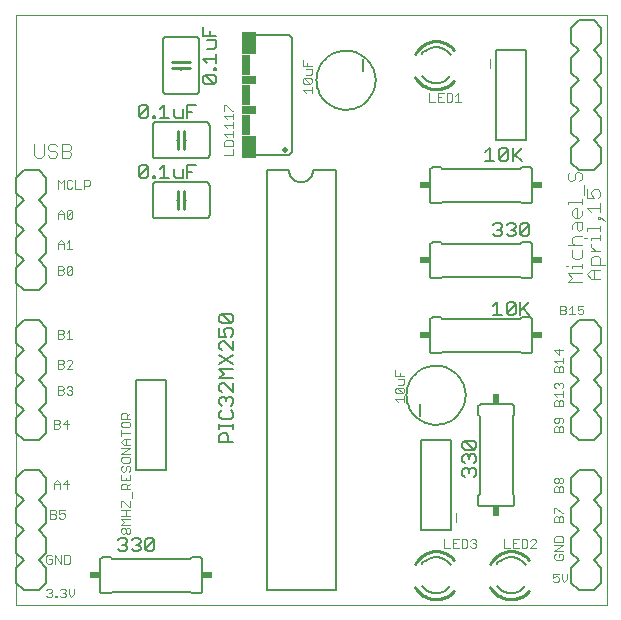
<source format=gto>
G75*
G70*
%OFA0B0*%
%FSLAX24Y24*%
%IPPOS*%
%LPD*%
%AMOC8*
5,1,8,0,0,1.08239X$1,22.5*
%
%ADD10C,0.0000*%
%ADD11C,0.0030*%
%ADD12C,0.0040*%
%ADD13C,0.0060*%
%ADD14C,0.0050*%
%ADD15C,0.0100*%
%ADD16R,0.0340X0.0240*%
%ADD17R,0.0240X0.0340*%
%ADD18C,0.0080*%
%ADD19C,0.0200*%
%ADD20R,0.0500X0.0750*%
%ADD21R,0.0300X0.0700*%
%ADD22R,0.0500X0.0300*%
D10*
X000181Y000181D02*
X000181Y019866D01*
X019866Y019866D01*
X019866Y000181D01*
X000181Y000181D01*
D11*
X001196Y000495D02*
X001245Y000446D01*
X001342Y000446D01*
X001390Y000495D01*
X001390Y000543D01*
X001342Y000592D01*
X001293Y000592D01*
X001342Y000592D02*
X001390Y000640D01*
X001390Y000688D01*
X001342Y000737D01*
X001245Y000737D01*
X001196Y000688D01*
X001491Y000495D02*
X001539Y000495D01*
X001539Y000446D01*
X001491Y000446D01*
X001491Y000495D01*
X001638Y000495D02*
X001687Y000446D01*
X001784Y000446D01*
X001832Y000495D01*
X001832Y000543D01*
X001784Y000592D01*
X001735Y000592D01*
X001784Y000592D02*
X001832Y000640D01*
X001832Y000688D01*
X001784Y000737D01*
X001687Y000737D01*
X001638Y000688D01*
X001933Y000737D02*
X001933Y000543D01*
X002030Y000446D01*
X002126Y000543D01*
X002126Y000737D01*
X001931Y001571D02*
X001786Y001571D01*
X001786Y001862D01*
X001931Y001862D01*
X001979Y001813D01*
X001979Y001620D01*
X001931Y001571D01*
X001685Y001571D02*
X001685Y001862D01*
X001491Y001862D02*
X001685Y001571D01*
X001491Y001571D02*
X001491Y001862D01*
X001390Y001813D02*
X001342Y001862D01*
X001245Y001862D01*
X001196Y001813D01*
X001196Y001620D01*
X001245Y001571D01*
X001342Y001571D01*
X001390Y001620D01*
X001390Y001717D01*
X001293Y001717D01*
X001321Y003071D02*
X001467Y003071D01*
X001515Y003120D01*
X001515Y003168D01*
X001467Y003217D01*
X001321Y003217D01*
X001321Y003362D02*
X001467Y003362D01*
X001515Y003313D01*
X001515Y003265D01*
X001467Y003217D01*
X001616Y003217D02*
X001713Y003265D01*
X001761Y003265D01*
X001810Y003217D01*
X001810Y003120D01*
X001761Y003071D01*
X001664Y003071D01*
X001616Y003120D01*
X001616Y003217D02*
X001616Y003362D01*
X001810Y003362D01*
X001321Y003362D02*
X001321Y003071D01*
X001446Y004071D02*
X001446Y004265D01*
X001543Y004362D01*
X001640Y004265D01*
X001640Y004071D01*
X001640Y004217D02*
X001446Y004217D01*
X001741Y004217D02*
X001935Y004217D01*
X001886Y004362D02*
X001741Y004217D01*
X001886Y004071D02*
X001886Y004362D01*
X001886Y006071D02*
X001886Y006362D01*
X001741Y006217D01*
X001935Y006217D01*
X001640Y006265D02*
X001592Y006217D01*
X001446Y006217D01*
X001446Y006362D02*
X001592Y006362D01*
X001640Y006313D01*
X001640Y006265D01*
X001592Y006217D02*
X001640Y006168D01*
X001640Y006120D01*
X001592Y006071D01*
X001446Y006071D01*
X001446Y006362D01*
X001571Y007196D02*
X001717Y007196D01*
X001765Y007245D01*
X001765Y007293D01*
X001717Y007342D01*
X001571Y007342D01*
X001571Y007487D02*
X001571Y007196D01*
X001717Y007342D02*
X001765Y007390D01*
X001765Y007438D01*
X001717Y007487D01*
X001571Y007487D01*
X001866Y007438D02*
X001914Y007487D01*
X002011Y007487D01*
X002060Y007438D01*
X002060Y007390D01*
X002011Y007342D01*
X002060Y007293D01*
X002060Y007245D01*
X002011Y007196D01*
X001914Y007196D01*
X001866Y007245D01*
X001963Y007342D02*
X002011Y007342D01*
X002060Y008071D02*
X001866Y008071D01*
X002060Y008265D01*
X002060Y008313D01*
X002011Y008362D01*
X001914Y008362D01*
X001866Y008313D01*
X001765Y008313D02*
X001765Y008265D01*
X001717Y008217D01*
X001571Y008217D01*
X001571Y008362D02*
X001717Y008362D01*
X001765Y008313D01*
X001717Y008217D02*
X001765Y008168D01*
X001765Y008120D01*
X001717Y008071D01*
X001571Y008071D01*
X001571Y008362D01*
X001571Y009071D02*
X001717Y009071D01*
X001765Y009120D01*
X001765Y009168D01*
X001717Y009217D01*
X001571Y009217D01*
X001571Y009362D02*
X001717Y009362D01*
X001765Y009313D01*
X001765Y009265D01*
X001717Y009217D01*
X001866Y009265D02*
X001963Y009362D01*
X001963Y009071D01*
X001866Y009071D02*
X002060Y009071D01*
X001571Y009071D02*
X001571Y009362D01*
X001571Y011196D02*
X001717Y011196D01*
X001765Y011245D01*
X001765Y011293D01*
X001717Y011342D01*
X001571Y011342D01*
X001571Y011487D02*
X001571Y011196D01*
X001717Y011342D02*
X001765Y011390D01*
X001765Y011438D01*
X001717Y011487D01*
X001571Y011487D01*
X001866Y011438D02*
X001866Y011245D01*
X002060Y011438D01*
X002060Y011245D01*
X002011Y011196D01*
X001914Y011196D01*
X001866Y011245D01*
X001866Y011438D02*
X001914Y011487D01*
X002011Y011487D01*
X002060Y011438D01*
X002060Y012071D02*
X001866Y012071D01*
X001963Y012071D02*
X001963Y012362D01*
X001866Y012265D01*
X001765Y012265D02*
X001765Y012071D01*
X001765Y012217D02*
X001571Y012217D01*
X001571Y012265D02*
X001668Y012362D01*
X001765Y012265D01*
X001571Y012265D02*
X001571Y012071D01*
X001571Y013071D02*
X001571Y013265D01*
X001668Y013362D01*
X001765Y013265D01*
X001765Y013071D01*
X001866Y013120D02*
X001866Y013313D01*
X001914Y013362D01*
X002011Y013362D01*
X002060Y013313D01*
X001866Y013120D01*
X001914Y013071D01*
X002011Y013071D01*
X002060Y013120D01*
X002060Y013313D01*
X001765Y013217D02*
X001571Y013217D01*
X001571Y014071D02*
X001571Y014362D01*
X001668Y014265D01*
X001765Y014362D01*
X001765Y014071D01*
X001866Y014120D02*
X001866Y014313D01*
X001914Y014362D01*
X002011Y014362D01*
X002060Y014313D01*
X002161Y014362D02*
X002161Y014071D01*
X002354Y014071D01*
X002455Y014071D02*
X002455Y014362D01*
X002600Y014362D01*
X002649Y014313D01*
X002649Y014217D01*
X002600Y014168D01*
X002455Y014168D01*
X002060Y014120D02*
X002011Y014071D01*
X001914Y014071D01*
X001866Y014120D01*
X007126Y015196D02*
X007416Y015196D01*
X007416Y015390D01*
X007416Y015491D02*
X007416Y015636D01*
X007368Y015685D01*
X007175Y015685D01*
X007126Y015636D01*
X007126Y015491D01*
X007416Y015491D01*
X007416Y015786D02*
X007416Y015979D01*
X007416Y015882D02*
X007126Y015882D01*
X007223Y015786D01*
X007223Y016080D02*
X007126Y016177D01*
X007416Y016177D01*
X007416Y016080D02*
X007416Y016274D01*
X007416Y016375D02*
X007416Y016568D01*
X007416Y016472D02*
X007126Y016472D01*
X007223Y016375D01*
X007126Y016670D02*
X007126Y016863D01*
X007175Y016863D01*
X007368Y016670D01*
X007416Y016670D01*
X009746Y017365D02*
X010036Y017365D01*
X010036Y017461D02*
X010036Y017268D01*
X009843Y017268D02*
X009746Y017365D01*
X009795Y017562D02*
X009746Y017611D01*
X009746Y017708D01*
X009795Y017756D01*
X009988Y017562D01*
X010036Y017611D01*
X010036Y017708D01*
X009988Y017756D01*
X009795Y017756D01*
X009843Y017857D02*
X009988Y017857D01*
X010036Y017905D01*
X010036Y018051D01*
X009843Y018051D01*
X009891Y018152D02*
X009891Y018249D01*
X009746Y018345D02*
X009746Y018152D01*
X010036Y018152D01*
X009988Y017562D02*
X009795Y017562D01*
X013946Y017262D02*
X013946Y016971D01*
X014140Y016971D01*
X014241Y016971D02*
X014435Y016971D01*
X014536Y016971D02*
X014681Y016971D01*
X014729Y017020D01*
X014729Y017213D01*
X014681Y017262D01*
X014536Y017262D01*
X014536Y016971D01*
X014338Y017117D02*
X014241Y017117D01*
X014241Y017262D02*
X014241Y016971D01*
X014241Y017262D02*
X014435Y017262D01*
X014830Y017165D02*
X014927Y017262D01*
X014927Y016971D01*
X014830Y016971D02*
X015024Y016971D01*
X018312Y010167D02*
X018458Y010167D01*
X018506Y010118D01*
X018506Y010070D01*
X018458Y010022D01*
X018312Y010022D01*
X018312Y010167D02*
X018312Y009876D01*
X018458Y009876D01*
X018506Y009925D01*
X018506Y009973D01*
X018458Y010022D01*
X018607Y010070D02*
X018704Y010167D01*
X018704Y009876D01*
X018607Y009876D02*
X018801Y009876D01*
X018902Y009925D02*
X018950Y009876D01*
X019047Y009876D01*
X019095Y009925D01*
X019095Y010022D01*
X019047Y010070D01*
X018999Y010070D01*
X018902Y010022D01*
X018902Y010167D01*
X019095Y010167D01*
X018416Y008681D02*
X018126Y008681D01*
X018271Y008536D01*
X018271Y008729D01*
X018416Y008435D02*
X018416Y008241D01*
X018416Y008338D02*
X018126Y008338D01*
X018223Y008241D01*
X018223Y008140D02*
X018175Y008140D01*
X018126Y008092D01*
X018126Y007946D01*
X018416Y007946D01*
X018416Y008092D01*
X018368Y008140D01*
X018320Y008140D01*
X018271Y008092D01*
X018271Y007946D01*
X018271Y008092D02*
X018223Y008140D01*
X018223Y007604D02*
X018175Y007604D01*
X018126Y007556D01*
X018126Y007459D01*
X018175Y007411D01*
X018271Y007507D02*
X018271Y007556D01*
X018320Y007604D01*
X018368Y007604D01*
X018416Y007556D01*
X018416Y007459D01*
X018368Y007411D01*
X018416Y007310D02*
X018416Y007116D01*
X018416Y007213D02*
X018126Y007213D01*
X018223Y007116D01*
X018223Y007015D02*
X018271Y006967D01*
X018271Y006821D01*
X018126Y006821D02*
X018126Y006967D01*
X018175Y007015D01*
X018223Y007015D01*
X018271Y006967D02*
X018320Y007015D01*
X018368Y007015D01*
X018416Y006967D01*
X018416Y006821D01*
X018126Y006821D01*
X018175Y006435D02*
X018126Y006386D01*
X018126Y006289D01*
X018175Y006241D01*
X018223Y006241D01*
X018271Y006289D01*
X018271Y006435D01*
X018175Y006435D02*
X018368Y006435D01*
X018416Y006386D01*
X018416Y006289D01*
X018368Y006241D01*
X018368Y006140D02*
X018416Y006092D01*
X018416Y005946D01*
X018126Y005946D01*
X018126Y006092D01*
X018175Y006140D01*
X018223Y006140D01*
X018271Y006092D01*
X018271Y005946D01*
X018271Y006092D02*
X018320Y006140D01*
X018368Y006140D01*
X018271Y007556D02*
X018223Y007604D01*
X018175Y004435D02*
X018223Y004435D01*
X018271Y004386D01*
X018271Y004289D01*
X018223Y004241D01*
X018175Y004241D01*
X018126Y004289D01*
X018126Y004386D01*
X018175Y004435D01*
X018271Y004386D02*
X018320Y004435D01*
X018368Y004435D01*
X018416Y004386D01*
X018416Y004289D01*
X018368Y004241D01*
X018320Y004241D01*
X018271Y004289D01*
X018223Y004140D02*
X018175Y004140D01*
X018126Y004092D01*
X018126Y003946D01*
X018416Y003946D01*
X018416Y004092D01*
X018368Y004140D01*
X018320Y004140D01*
X018271Y004092D01*
X018271Y003946D01*
X018271Y004092D02*
X018223Y004140D01*
X018175Y003435D02*
X018368Y003241D01*
X018416Y003241D01*
X018368Y003140D02*
X018416Y003092D01*
X018416Y002946D01*
X018126Y002946D01*
X018126Y003092D01*
X018175Y003140D01*
X018223Y003140D01*
X018271Y003092D01*
X018271Y002946D01*
X018271Y003092D02*
X018320Y003140D01*
X018368Y003140D01*
X018126Y003241D02*
X018126Y003435D01*
X018175Y003435D01*
X018175Y002479D02*
X018126Y002431D01*
X018126Y002286D01*
X018416Y002286D01*
X018416Y002431D01*
X018368Y002479D01*
X018175Y002479D01*
X018126Y002185D02*
X018416Y002185D01*
X018126Y001991D01*
X018416Y001991D01*
X018368Y001890D02*
X018416Y001842D01*
X018416Y001745D01*
X018368Y001696D01*
X018175Y001696D01*
X018126Y001745D01*
X018126Y001842D01*
X018175Y001890D01*
X018271Y001890D02*
X018271Y001793D01*
X018271Y001890D02*
X018368Y001890D01*
X018366Y001237D02*
X018366Y001043D01*
X018463Y000946D01*
X018560Y001043D01*
X018560Y001237D01*
X018265Y001237D02*
X018071Y001237D01*
X018071Y001092D01*
X018168Y001140D01*
X018217Y001140D01*
X018265Y001092D01*
X018265Y000995D01*
X018217Y000946D01*
X018120Y000946D01*
X018071Y000995D01*
X017524Y002096D02*
X017330Y002096D01*
X017524Y002290D01*
X017524Y002338D01*
X017475Y002387D01*
X017379Y002387D01*
X017330Y002338D01*
X017229Y002338D02*
X017181Y002387D01*
X017036Y002387D01*
X017036Y002096D01*
X017181Y002096D01*
X017229Y002145D01*
X017229Y002338D01*
X016935Y002387D02*
X016741Y002387D01*
X016741Y002096D01*
X016935Y002096D01*
X016838Y002242D02*
X016741Y002242D01*
X016640Y002096D02*
X016446Y002096D01*
X016446Y002387D01*
X015524Y002338D02*
X015524Y002290D01*
X015475Y002242D01*
X015524Y002193D01*
X015524Y002145D01*
X015475Y002096D01*
X015379Y002096D01*
X015330Y002145D01*
X015229Y002145D02*
X015229Y002338D01*
X015181Y002387D01*
X015036Y002387D01*
X015036Y002096D01*
X015181Y002096D01*
X015229Y002145D01*
X015330Y002338D02*
X015379Y002387D01*
X015475Y002387D01*
X015524Y002338D01*
X015475Y002242D02*
X015427Y002242D01*
X014935Y002387D02*
X014741Y002387D01*
X014741Y002096D01*
X014935Y002096D01*
X014838Y002242D02*
X014741Y002242D01*
X014640Y002096D02*
X014446Y002096D01*
X014446Y002387D01*
X013116Y006946D02*
X013116Y007140D01*
X013116Y007043D02*
X012826Y007043D01*
X012923Y006946D01*
X012875Y007241D02*
X012826Y007289D01*
X012826Y007386D01*
X012875Y007435D01*
X013068Y007241D01*
X013116Y007289D01*
X013116Y007386D01*
X013068Y007435D01*
X012875Y007435D01*
X012923Y007536D02*
X013068Y007536D01*
X013116Y007584D01*
X013116Y007729D01*
X012923Y007729D01*
X012971Y007830D02*
X012971Y007927D01*
X012826Y007830D02*
X012826Y008024D01*
X012826Y007830D02*
X013116Y007830D01*
X013068Y007241D02*
X012875Y007241D01*
X004035Y003943D02*
X004035Y003750D01*
X003986Y003649D02*
X003986Y003455D01*
X003938Y003455D01*
X003745Y003649D01*
X003696Y003649D01*
X003696Y003455D01*
X003696Y003354D02*
X003986Y003354D01*
X003841Y003354D02*
X003841Y003161D01*
X003986Y003161D02*
X003696Y003161D01*
X003696Y003059D02*
X003986Y003059D01*
X003986Y002866D02*
X003696Y002866D01*
X003793Y002963D01*
X003696Y003059D01*
X003745Y002765D02*
X003793Y002765D01*
X003841Y002716D01*
X003841Y002620D01*
X003793Y002571D01*
X003745Y002571D01*
X003696Y002620D01*
X003696Y002716D01*
X003745Y002765D01*
X003841Y002716D02*
X003890Y002765D01*
X003938Y002765D01*
X003986Y002716D01*
X003986Y002620D01*
X003938Y002571D01*
X003890Y002571D01*
X003841Y002620D01*
X003890Y004045D02*
X003890Y004190D01*
X003841Y004238D01*
X003745Y004238D01*
X003696Y004190D01*
X003696Y004045D01*
X003986Y004045D01*
X003890Y004141D02*
X003986Y004238D01*
X003986Y004339D02*
X003986Y004533D01*
X003938Y004634D02*
X003986Y004682D01*
X003986Y004779D01*
X003938Y004827D01*
X003890Y004827D01*
X003841Y004779D01*
X003841Y004682D01*
X003793Y004634D01*
X003745Y004634D01*
X003696Y004682D01*
X003696Y004779D01*
X003745Y004827D01*
X003745Y004928D02*
X003938Y004928D01*
X003986Y004977D01*
X003986Y005074D01*
X003938Y005122D01*
X003745Y005122D01*
X003696Y005074D01*
X003696Y004977D01*
X003745Y004928D01*
X003696Y005223D02*
X003986Y005417D01*
X003696Y005417D01*
X003793Y005518D02*
X003696Y005614D01*
X003793Y005711D01*
X003986Y005711D01*
X003841Y005711D02*
X003841Y005518D01*
X003793Y005518D02*
X003986Y005518D01*
X003986Y005223D02*
X003696Y005223D01*
X003696Y005812D02*
X003696Y006006D01*
X003696Y005909D02*
X003986Y005909D01*
X003938Y006107D02*
X003745Y006107D01*
X003696Y006155D01*
X003696Y006252D01*
X003745Y006301D01*
X003938Y006301D01*
X003986Y006252D01*
X003986Y006155D01*
X003938Y006107D01*
X003890Y006402D02*
X003890Y006547D01*
X003841Y006595D01*
X003745Y006595D01*
X003696Y006547D01*
X003696Y006402D01*
X003986Y006402D01*
X003890Y006498D02*
X003986Y006595D01*
X003696Y004533D02*
X003696Y004339D01*
X003986Y004339D01*
X003841Y004339D02*
X003841Y004436D01*
D12*
X001943Y015097D02*
X001713Y015097D01*
X001713Y015557D01*
X001943Y015557D01*
X002020Y015481D01*
X002020Y015404D01*
X001943Y015327D01*
X001713Y015327D01*
X001559Y015251D02*
X001559Y015174D01*
X001482Y015097D01*
X001329Y015097D01*
X001252Y015174D01*
X001099Y015174D02*
X001099Y015557D01*
X001252Y015481D02*
X001252Y015404D01*
X001329Y015327D01*
X001482Y015327D01*
X001559Y015251D01*
X001559Y015481D02*
X001482Y015557D01*
X001329Y015557D01*
X001252Y015481D01*
X001099Y015174D02*
X001022Y015097D01*
X000869Y015097D01*
X000792Y015174D01*
X000792Y015557D01*
X001943Y015327D02*
X002020Y015251D01*
X002020Y015174D01*
X001943Y015097D01*
X014863Y003258D02*
X014863Y002951D01*
X018576Y010951D02*
X018730Y011105D01*
X018576Y011258D01*
X019036Y011258D01*
X019036Y011412D02*
X019036Y011565D01*
X019036Y011488D02*
X018730Y011488D01*
X018730Y011412D01*
X018576Y011488D02*
X018499Y011488D01*
X018730Y011795D02*
X018806Y011719D01*
X018960Y011719D01*
X019036Y011795D01*
X019036Y012026D01*
X019036Y012179D02*
X018576Y012179D01*
X018730Y012256D02*
X018730Y012409D01*
X018806Y012486D01*
X019036Y012486D01*
X019124Y012436D02*
X019201Y012436D01*
X019355Y012436D02*
X019661Y012436D01*
X019661Y012360D02*
X019661Y012513D01*
X019661Y012667D02*
X019661Y012820D01*
X019661Y012743D02*
X019201Y012743D01*
X019201Y012667D01*
X019036Y012716D02*
X019036Y012946D01*
X018806Y012946D01*
X018730Y012870D01*
X018730Y012716D01*
X018883Y012716D02*
X018883Y012946D01*
X018883Y013100D02*
X018883Y013407D01*
X018806Y013407D01*
X018730Y013330D01*
X018730Y013176D01*
X018806Y013100D01*
X018960Y013100D01*
X019036Y013176D01*
X019036Y013330D01*
X019201Y013434D02*
X019661Y013434D01*
X019661Y013587D02*
X019661Y013280D01*
X019661Y013127D02*
X019661Y013050D01*
X019585Y013050D01*
X019585Y013127D01*
X019661Y013127D01*
X019815Y012974D01*
X019355Y013280D02*
X019201Y013434D01*
X019036Y013560D02*
X019036Y013714D01*
X019036Y013637D02*
X018576Y013637D01*
X018576Y013560D01*
X019113Y013867D02*
X019113Y014174D01*
X019201Y014048D02*
X019201Y013741D01*
X019431Y013741D01*
X019355Y013894D01*
X019355Y013971D01*
X019431Y014048D01*
X019585Y014048D01*
X019661Y013971D01*
X019661Y013817D01*
X019585Y013741D01*
X018960Y014327D02*
X019036Y014404D01*
X019036Y014557D01*
X018960Y014634D01*
X018883Y014634D01*
X018806Y014557D01*
X018806Y014404D01*
X018730Y014327D01*
X018653Y014327D01*
X018576Y014404D01*
X018576Y014557D01*
X018653Y014634D01*
X018883Y012716D02*
X018960Y012639D01*
X019036Y012716D01*
X019355Y012436D02*
X019355Y012360D01*
X019355Y012206D02*
X019355Y012130D01*
X019508Y011976D01*
X019661Y011976D02*
X019355Y011976D01*
X019431Y011823D02*
X019355Y011746D01*
X019355Y011516D01*
X019815Y011516D01*
X019661Y011516D02*
X019661Y011746D01*
X019585Y011823D01*
X019431Y011823D01*
X019431Y011362D02*
X019431Y011055D01*
X019355Y011055D02*
X019201Y011209D01*
X019355Y011362D01*
X019661Y011362D01*
X019661Y011055D02*
X019355Y011055D01*
X019036Y010951D02*
X018576Y010951D01*
X018730Y011795D02*
X018730Y012026D01*
X018806Y012179D02*
X018730Y012256D01*
X015988Y018076D02*
X015988Y018383D01*
D13*
X014181Y017581D02*
X014136Y017583D01*
X014090Y017588D01*
X014046Y017596D01*
X014002Y017608D01*
X013959Y017624D01*
X013917Y017642D01*
X013877Y017664D01*
X013839Y017688D01*
X013803Y017715D01*
X013768Y017745D01*
X013737Y017778D01*
X013707Y017813D01*
X014181Y017581D02*
X014226Y017583D01*
X014272Y017588D01*
X014316Y017596D01*
X014360Y017608D01*
X014403Y017624D01*
X014445Y017642D01*
X014485Y017664D01*
X014523Y017688D01*
X014559Y017715D01*
X014594Y017745D01*
X014625Y017778D01*
X014655Y017813D01*
X014181Y018781D02*
X014135Y018779D01*
X014089Y018774D01*
X014043Y018765D01*
X013998Y018753D01*
X013955Y018737D01*
X013913Y018718D01*
X013872Y018695D01*
X013833Y018670D01*
X013797Y018642D01*
X013762Y018611D01*
X013730Y018577D01*
X013701Y018541D01*
X014181Y018781D02*
X014228Y018779D01*
X014276Y018773D01*
X014322Y018764D01*
X014368Y018751D01*
X014412Y018735D01*
X014456Y018715D01*
X014497Y018691D01*
X014536Y018665D01*
X014573Y018635D01*
X014608Y018602D01*
X014640Y018567D01*
X014669Y018530D01*
X014331Y014781D02*
X014081Y014781D01*
X014064Y014779D01*
X014047Y014775D01*
X014031Y014768D01*
X014017Y014758D01*
X014004Y014745D01*
X013994Y014731D01*
X013987Y014715D01*
X013983Y014698D01*
X013981Y014681D01*
X013981Y013681D01*
X013983Y013664D01*
X013987Y013647D01*
X013994Y013631D01*
X014004Y013617D01*
X014017Y013604D01*
X014031Y013594D01*
X014047Y013587D01*
X014064Y013583D01*
X014081Y013581D01*
X014331Y013581D01*
X014381Y013631D01*
X016981Y013631D01*
X017031Y013581D01*
X017281Y013581D01*
X017298Y013583D01*
X017315Y013587D01*
X017331Y013594D01*
X017345Y013604D01*
X017358Y013617D01*
X017368Y013631D01*
X017375Y013647D01*
X017379Y013664D01*
X017381Y013681D01*
X017381Y014681D01*
X017379Y014698D01*
X017375Y014715D01*
X017368Y014731D01*
X017358Y014745D01*
X017345Y014758D01*
X017331Y014768D01*
X017315Y014775D01*
X017298Y014779D01*
X017281Y014781D01*
X017031Y014781D01*
X016981Y014731D01*
X014381Y014731D01*
X014331Y014781D01*
X014331Y012281D02*
X014081Y012281D01*
X014064Y012279D01*
X014047Y012275D01*
X014031Y012268D01*
X014017Y012258D01*
X014004Y012245D01*
X013994Y012231D01*
X013987Y012215D01*
X013983Y012198D01*
X013981Y012181D01*
X013981Y011181D01*
X013983Y011164D01*
X013987Y011147D01*
X013994Y011131D01*
X014004Y011117D01*
X014017Y011104D01*
X014031Y011094D01*
X014047Y011087D01*
X014064Y011083D01*
X014081Y011081D01*
X014331Y011081D01*
X014381Y011131D01*
X016981Y011131D01*
X017031Y011081D01*
X017281Y011081D01*
X017298Y011083D01*
X017315Y011087D01*
X017331Y011094D01*
X017345Y011104D01*
X017358Y011117D01*
X017368Y011131D01*
X017375Y011147D01*
X017379Y011164D01*
X017381Y011181D01*
X017381Y012181D01*
X017379Y012198D01*
X017375Y012215D01*
X017368Y012231D01*
X017358Y012245D01*
X017345Y012258D01*
X017331Y012268D01*
X017315Y012275D01*
X017298Y012279D01*
X017281Y012281D01*
X017031Y012281D01*
X016981Y012231D01*
X014381Y012231D01*
X014331Y012281D01*
X014331Y009781D02*
X014081Y009781D01*
X014064Y009779D01*
X014047Y009775D01*
X014031Y009768D01*
X014017Y009758D01*
X014004Y009745D01*
X013994Y009731D01*
X013987Y009715D01*
X013983Y009698D01*
X013981Y009681D01*
X013981Y008681D01*
X013983Y008664D01*
X013987Y008647D01*
X013994Y008631D01*
X014004Y008617D01*
X014017Y008604D01*
X014031Y008594D01*
X014047Y008587D01*
X014064Y008583D01*
X014081Y008581D01*
X014331Y008581D01*
X014381Y008631D01*
X016981Y008631D01*
X017031Y008581D01*
X017281Y008581D01*
X017298Y008583D01*
X017315Y008587D01*
X017331Y008594D01*
X017345Y008604D01*
X017358Y008617D01*
X017368Y008631D01*
X017375Y008647D01*
X017379Y008664D01*
X017381Y008681D01*
X017381Y009681D01*
X017379Y009698D01*
X017375Y009715D01*
X017368Y009731D01*
X017358Y009745D01*
X017345Y009758D01*
X017331Y009768D01*
X017315Y009775D01*
X017298Y009779D01*
X017281Y009781D01*
X017031Y009781D01*
X016981Y009731D01*
X014381Y009731D01*
X014331Y009781D01*
X015681Y006881D02*
X016681Y006881D01*
X016698Y006879D01*
X016715Y006875D01*
X016731Y006868D01*
X016745Y006858D01*
X016758Y006845D01*
X016768Y006831D01*
X016775Y006815D01*
X016779Y006798D01*
X016781Y006781D01*
X016781Y006531D01*
X016731Y006481D01*
X016731Y003881D01*
X016781Y003831D01*
X016781Y003581D01*
X016779Y003564D01*
X016775Y003547D01*
X016768Y003531D01*
X016758Y003517D01*
X016745Y003504D01*
X016731Y003494D01*
X016715Y003487D01*
X016698Y003483D01*
X016681Y003481D01*
X015681Y003481D01*
X015664Y003483D01*
X015647Y003487D01*
X015631Y003494D01*
X015617Y003504D01*
X015604Y003517D01*
X015594Y003531D01*
X015587Y003547D01*
X015583Y003564D01*
X015581Y003581D01*
X015581Y003831D01*
X015631Y003881D01*
X015631Y006481D01*
X015581Y006531D01*
X015581Y006781D01*
X015583Y006798D01*
X015587Y006815D01*
X015594Y006831D01*
X015604Y006845D01*
X015617Y006858D01*
X015631Y006868D01*
X015647Y006875D01*
X015664Y006879D01*
X015681Y006881D01*
X016207Y000813D02*
X016237Y000778D01*
X016268Y000745D01*
X016303Y000715D01*
X016339Y000688D01*
X016377Y000664D01*
X016417Y000642D01*
X016459Y000624D01*
X016502Y000608D01*
X016546Y000596D01*
X016590Y000588D01*
X016636Y000583D01*
X016681Y000581D01*
X016726Y000583D01*
X016772Y000588D01*
X016816Y000596D01*
X016860Y000608D01*
X016903Y000624D01*
X016945Y000642D01*
X016985Y000664D01*
X017023Y000688D01*
X017059Y000715D01*
X017094Y000745D01*
X017125Y000778D01*
X017155Y000813D01*
X016681Y001781D02*
X016635Y001779D01*
X016589Y001774D01*
X016543Y001765D01*
X016498Y001753D01*
X016455Y001737D01*
X016413Y001718D01*
X016372Y001695D01*
X016333Y001670D01*
X016297Y001642D01*
X016262Y001611D01*
X016230Y001577D01*
X016201Y001541D01*
X016681Y001781D02*
X016728Y001779D01*
X016776Y001773D01*
X016822Y001764D01*
X016868Y001751D01*
X016912Y001735D01*
X016956Y001715D01*
X016997Y001691D01*
X017036Y001665D01*
X017073Y001635D01*
X017108Y001602D01*
X017140Y001567D01*
X017169Y001530D01*
X014181Y000581D02*
X014136Y000583D01*
X014090Y000588D01*
X014046Y000596D01*
X014002Y000608D01*
X013959Y000624D01*
X013917Y000642D01*
X013877Y000664D01*
X013839Y000688D01*
X013803Y000715D01*
X013768Y000745D01*
X013737Y000778D01*
X013707Y000813D01*
X014181Y000581D02*
X014226Y000583D01*
X014272Y000588D01*
X014316Y000596D01*
X014360Y000608D01*
X014403Y000624D01*
X014445Y000642D01*
X014485Y000664D01*
X014523Y000688D01*
X014559Y000715D01*
X014594Y000745D01*
X014625Y000778D01*
X014655Y000813D01*
X014181Y001781D02*
X014135Y001779D01*
X014089Y001774D01*
X014043Y001765D01*
X013998Y001753D01*
X013955Y001737D01*
X013913Y001718D01*
X013872Y001695D01*
X013833Y001670D01*
X013797Y001642D01*
X013762Y001611D01*
X013730Y001577D01*
X013701Y001541D01*
X014181Y001781D02*
X014228Y001779D01*
X014276Y001773D01*
X014322Y001764D01*
X014368Y001751D01*
X014412Y001735D01*
X014456Y001715D01*
X014497Y001691D01*
X014536Y001665D01*
X014573Y001635D01*
X014608Y001602D01*
X014640Y001567D01*
X014669Y001530D01*
X010831Y000681D02*
X008531Y000681D01*
X008531Y014681D01*
X009281Y014681D01*
X009283Y014642D01*
X009289Y014603D01*
X009298Y014565D01*
X009311Y014528D01*
X009328Y014492D01*
X009348Y014459D01*
X009372Y014427D01*
X009398Y014398D01*
X009427Y014372D01*
X009459Y014348D01*
X009492Y014328D01*
X009528Y014311D01*
X009565Y014298D01*
X009603Y014289D01*
X009642Y014283D01*
X009681Y014281D01*
X009720Y014283D01*
X009759Y014289D01*
X009797Y014298D01*
X009834Y014311D01*
X009870Y014328D01*
X009903Y014348D01*
X009935Y014372D01*
X009964Y014398D01*
X009990Y014427D01*
X010014Y014459D01*
X010034Y014492D01*
X010051Y014528D01*
X010064Y014565D01*
X010073Y014603D01*
X010079Y014642D01*
X010081Y014681D01*
X010831Y014681D01*
X010831Y000681D01*
X006381Y000681D02*
X006381Y001681D01*
X006379Y001698D01*
X006375Y001715D01*
X006368Y001731D01*
X006358Y001745D01*
X006345Y001758D01*
X006331Y001768D01*
X006315Y001775D01*
X006298Y001779D01*
X006281Y001781D01*
X006031Y001781D01*
X005981Y001731D01*
X003381Y001731D01*
X003331Y001781D01*
X003081Y001781D01*
X003064Y001779D01*
X003047Y001775D01*
X003031Y001768D01*
X003017Y001758D01*
X003004Y001745D01*
X002994Y001731D01*
X002987Y001715D01*
X002983Y001698D01*
X002981Y001681D01*
X002981Y000681D01*
X002983Y000664D01*
X002987Y000647D01*
X002994Y000631D01*
X003004Y000617D01*
X003017Y000604D01*
X003031Y000594D01*
X003047Y000587D01*
X003064Y000583D01*
X003081Y000581D01*
X003331Y000581D01*
X003381Y000631D01*
X005981Y000631D01*
X006031Y000581D01*
X006281Y000581D01*
X006298Y000583D01*
X006315Y000587D01*
X006331Y000594D01*
X006345Y000604D01*
X006358Y000617D01*
X006368Y000631D01*
X006375Y000647D01*
X006379Y000664D01*
X006381Y000681D01*
X006531Y013081D02*
X004831Y013081D01*
X004814Y013083D01*
X004797Y013087D01*
X004781Y013094D01*
X004767Y013104D01*
X004754Y013117D01*
X004744Y013131D01*
X004737Y013147D01*
X004733Y013164D01*
X004731Y013181D01*
X004731Y014181D01*
X004733Y014198D01*
X004737Y014215D01*
X004744Y014231D01*
X004754Y014245D01*
X004767Y014258D01*
X004781Y014268D01*
X004797Y014275D01*
X004814Y014279D01*
X004831Y014281D01*
X006531Y014281D01*
X006548Y014279D01*
X006565Y014275D01*
X006581Y014268D01*
X006595Y014258D01*
X006608Y014245D01*
X006618Y014231D01*
X006625Y014215D01*
X006629Y014198D01*
X006631Y014181D01*
X006631Y013181D01*
X006629Y013164D01*
X006625Y013147D01*
X006618Y013131D01*
X006608Y013117D01*
X006595Y013104D01*
X006581Y013094D01*
X006565Y013087D01*
X006548Y013083D01*
X006531Y013081D01*
X005831Y013681D02*
X005781Y013681D01*
X005581Y013681D02*
X005531Y013681D01*
X004831Y015081D02*
X006531Y015081D01*
X006548Y015083D01*
X006565Y015087D01*
X006581Y015094D01*
X006595Y015104D01*
X006608Y015117D01*
X006618Y015131D01*
X006625Y015147D01*
X006629Y015164D01*
X006631Y015181D01*
X006631Y016181D01*
X006629Y016198D01*
X006625Y016215D01*
X006618Y016231D01*
X006608Y016245D01*
X006595Y016258D01*
X006581Y016268D01*
X006565Y016275D01*
X006548Y016279D01*
X006531Y016281D01*
X004831Y016281D01*
X004814Y016279D01*
X004797Y016275D01*
X004781Y016268D01*
X004767Y016258D01*
X004754Y016245D01*
X004744Y016231D01*
X004737Y016215D01*
X004733Y016198D01*
X004731Y016181D01*
X004731Y015181D01*
X004733Y015164D01*
X004737Y015147D01*
X004744Y015131D01*
X004754Y015117D01*
X004767Y015104D01*
X004781Y015094D01*
X004797Y015087D01*
X004814Y015083D01*
X004831Y015081D01*
X005531Y015681D02*
X005581Y015681D01*
X005781Y015681D02*
X005831Y015681D01*
X006181Y017231D02*
X005181Y017231D01*
X005164Y017233D01*
X005147Y017237D01*
X005131Y017244D01*
X005117Y017254D01*
X005104Y017267D01*
X005094Y017281D01*
X005087Y017297D01*
X005083Y017314D01*
X005081Y017331D01*
X005081Y019031D01*
X005083Y019048D01*
X005087Y019065D01*
X005094Y019081D01*
X005104Y019095D01*
X005117Y019108D01*
X005131Y019118D01*
X005147Y019125D01*
X005164Y019129D01*
X005181Y019131D01*
X006181Y019131D01*
X006198Y019129D01*
X006215Y019125D01*
X006231Y019118D01*
X006245Y019108D01*
X006258Y019095D01*
X006268Y019081D01*
X006275Y019065D01*
X006279Y019048D01*
X006281Y019031D01*
X006281Y017331D01*
X006279Y017314D01*
X006275Y017297D01*
X006268Y017281D01*
X006258Y017267D01*
X006245Y017254D01*
X006231Y017244D01*
X006215Y017237D01*
X006198Y017233D01*
X006181Y017231D01*
X005681Y018031D02*
X005681Y018081D01*
X005681Y018281D02*
X005681Y018331D01*
X008131Y019181D02*
X009281Y019181D01*
X009381Y019081D01*
X009381Y015281D01*
X009281Y015181D01*
X008131Y015181D01*
D14*
X006196Y014857D02*
X005896Y014857D01*
X005896Y014406D01*
X005736Y014406D02*
X005736Y014707D01*
X005896Y014632D02*
X006046Y014632D01*
X005736Y014406D02*
X005511Y014406D01*
X005436Y014481D01*
X005436Y014707D01*
X005275Y014406D02*
X004975Y014406D01*
X005125Y014406D02*
X005125Y014857D01*
X004975Y014707D01*
X004820Y014481D02*
X004745Y014481D01*
X004745Y014406D01*
X004820Y014406D01*
X004820Y014481D01*
X004585Y014481D02*
X004585Y014782D01*
X004285Y014481D01*
X004360Y014406D01*
X004510Y014406D01*
X004585Y014481D01*
X004285Y014481D02*
X004285Y014782D01*
X004360Y014857D01*
X004510Y014857D01*
X004585Y014782D01*
X004510Y016406D02*
X004360Y016406D01*
X004285Y016481D01*
X004585Y016782D01*
X004585Y016481D01*
X004510Y016406D01*
X004745Y016406D02*
X004820Y016406D01*
X004820Y016481D01*
X004745Y016481D01*
X004745Y016406D01*
X004975Y016406D02*
X005275Y016406D01*
X005125Y016406D02*
X005125Y016857D01*
X004975Y016707D01*
X004585Y016782D02*
X004510Y016857D01*
X004360Y016857D01*
X004285Y016782D01*
X004285Y016481D01*
X005436Y016481D02*
X005511Y016406D01*
X005736Y016406D01*
X005736Y016707D01*
X005896Y016632D02*
X006046Y016632D01*
X005896Y016857D02*
X005896Y016406D01*
X005896Y016857D02*
X006196Y016857D01*
X006481Y017556D02*
X006406Y017631D01*
X006406Y017782D01*
X006481Y017857D01*
X006781Y017556D01*
X006856Y017631D01*
X006856Y017782D01*
X006781Y017857D01*
X006481Y017857D01*
X006781Y018017D02*
X006781Y018092D01*
X006856Y018092D01*
X006856Y018017D01*
X006781Y018017D01*
X006856Y018247D02*
X006856Y018547D01*
X006856Y018397D02*
X006406Y018397D01*
X006556Y018247D01*
X006556Y018707D02*
X006781Y018707D01*
X006856Y018782D01*
X006856Y019008D01*
X006556Y019008D01*
X006631Y019168D02*
X006631Y019318D01*
X006406Y019168D02*
X006406Y019468D01*
X006406Y019168D02*
X006856Y019168D01*
X006781Y017556D02*
X006481Y017556D01*
X005436Y016707D02*
X005436Y016481D01*
X007031Y009896D02*
X006956Y009821D01*
X006956Y009671D01*
X007031Y009596D01*
X007331Y009596D01*
X007031Y009896D01*
X007331Y009896D01*
X007406Y009821D01*
X007406Y009671D01*
X007331Y009596D01*
X007331Y009436D02*
X007181Y009436D01*
X007106Y009361D01*
X007106Y009285D01*
X007181Y009135D01*
X006956Y009135D01*
X006956Y009436D01*
X007331Y009436D02*
X007406Y009361D01*
X007406Y009210D01*
X007331Y009135D01*
X007406Y008975D02*
X007406Y008675D01*
X007106Y008975D01*
X007031Y008975D01*
X006956Y008900D01*
X006956Y008750D01*
X007031Y008675D01*
X006956Y008515D02*
X007406Y008215D01*
X007406Y008055D02*
X006956Y008055D01*
X007106Y007904D01*
X006956Y007754D01*
X007406Y007754D01*
X007406Y007594D02*
X007406Y007294D01*
X007106Y007594D01*
X007031Y007594D01*
X006956Y007519D01*
X006956Y007369D01*
X007031Y007294D01*
X007031Y007134D02*
X006956Y007059D01*
X006956Y006909D01*
X007031Y006834D01*
X007031Y006673D02*
X006956Y006598D01*
X006956Y006448D01*
X007031Y006373D01*
X007331Y006373D01*
X007406Y006448D01*
X007406Y006598D01*
X007331Y006673D01*
X007331Y006834D02*
X007406Y006909D01*
X007406Y007059D01*
X007331Y007134D01*
X007256Y007134D01*
X007181Y007059D01*
X007181Y006984D01*
X007181Y007059D02*
X007106Y007134D01*
X007031Y007134D01*
X006956Y006216D02*
X006956Y006066D01*
X006956Y006141D02*
X007406Y006141D01*
X007406Y006066D02*
X007406Y006216D01*
X007181Y005906D02*
X007256Y005831D01*
X007256Y005606D01*
X007406Y005606D02*
X006956Y005606D01*
X006956Y005831D01*
X007031Y005906D01*
X007181Y005906D01*
X005181Y004681D02*
X005181Y007681D01*
X004181Y007681D01*
X004181Y004681D01*
X005181Y004681D01*
X004721Y002427D02*
X004571Y002427D01*
X004496Y002352D01*
X004496Y002051D01*
X004796Y002352D01*
X004796Y002051D01*
X004721Y001976D01*
X004571Y001976D01*
X004496Y002051D01*
X004336Y002051D02*
X004261Y001976D01*
X004111Y001976D01*
X004036Y002051D01*
X003876Y002051D02*
X003800Y001976D01*
X003650Y001976D01*
X003575Y002051D01*
X003725Y002202D02*
X003800Y002202D01*
X003876Y002127D01*
X003876Y002051D01*
X003800Y002202D02*
X003876Y002277D01*
X003876Y002352D01*
X003800Y002427D01*
X003650Y002427D01*
X003575Y002352D01*
X004036Y002352D02*
X004111Y002427D01*
X004261Y002427D01*
X004336Y002352D01*
X004336Y002277D01*
X004261Y002202D01*
X004336Y002127D01*
X004336Y002051D01*
X004261Y002202D02*
X004186Y002202D01*
X004721Y002427D02*
X004796Y002352D01*
X006956Y008215D02*
X007406Y008515D01*
X013681Y005681D02*
X013681Y002681D01*
X014681Y002681D01*
X014681Y005681D01*
X013681Y005681D01*
X015061Y005596D02*
X015061Y005446D01*
X015136Y005371D01*
X015436Y005371D01*
X015136Y005671D01*
X015436Y005671D01*
X015511Y005596D01*
X015511Y005446D01*
X015436Y005371D01*
X015436Y005211D02*
X015511Y005136D01*
X015511Y004986D01*
X015436Y004911D01*
X015436Y004751D02*
X015361Y004751D01*
X015286Y004675D01*
X015286Y004600D01*
X015286Y004675D02*
X015211Y004751D01*
X015136Y004751D01*
X015061Y004675D01*
X015061Y004525D01*
X015136Y004450D01*
X015436Y004450D02*
X015511Y004525D01*
X015511Y004675D01*
X015436Y004751D01*
X015136Y004911D02*
X015061Y004986D01*
X015061Y005136D01*
X015136Y005211D01*
X015211Y005211D01*
X015286Y005136D01*
X015361Y005211D01*
X015436Y005211D01*
X015286Y005136D02*
X015286Y005061D01*
X015061Y005596D02*
X015136Y005671D01*
X016075Y009851D02*
X016376Y009851D01*
X016225Y009851D02*
X016225Y010302D01*
X016075Y010152D01*
X016536Y010227D02*
X016536Y009926D01*
X016836Y010227D01*
X016836Y009926D01*
X016761Y009851D01*
X016611Y009851D01*
X016536Y009926D01*
X016536Y010227D02*
X016611Y010302D01*
X016761Y010302D01*
X016836Y010227D01*
X016996Y010302D02*
X016996Y009851D01*
X016996Y010002D02*
X017296Y010302D01*
X017071Y010077D02*
X017296Y009851D01*
X017221Y012476D02*
X017071Y012476D01*
X016996Y012551D01*
X017296Y012852D01*
X017296Y012551D01*
X017221Y012476D01*
X016996Y012551D02*
X016996Y012852D01*
X017071Y012927D01*
X017221Y012927D01*
X017296Y012852D01*
X016836Y012852D02*
X016836Y012777D01*
X016761Y012702D01*
X016836Y012627D01*
X016836Y012551D01*
X016761Y012476D01*
X016611Y012476D01*
X016536Y012551D01*
X016376Y012551D02*
X016376Y012627D01*
X016300Y012702D01*
X016225Y012702D01*
X016300Y012702D02*
X016376Y012777D01*
X016376Y012852D01*
X016300Y012927D01*
X016150Y012927D01*
X016075Y012852D01*
X016075Y012551D02*
X016150Y012476D01*
X016300Y012476D01*
X016376Y012551D01*
X016536Y012852D02*
X016611Y012927D01*
X016761Y012927D01*
X016836Y012852D01*
X016761Y012702D02*
X016686Y012702D01*
X016746Y014976D02*
X016746Y015427D01*
X016586Y015352D02*
X016286Y015051D01*
X016361Y014976D01*
X016511Y014976D01*
X016586Y015051D01*
X016586Y015352D01*
X016511Y015427D01*
X016361Y015427D01*
X016286Y015352D01*
X016286Y015051D01*
X016126Y014976D02*
X015825Y014976D01*
X015975Y014976D02*
X015975Y015427D01*
X015825Y015277D01*
X016181Y015681D02*
X016181Y018681D01*
X017181Y018681D01*
X017181Y015681D01*
X016181Y015681D01*
X016746Y015127D02*
X017046Y015427D01*
X016821Y015202D02*
X017046Y014976D01*
D15*
X014181Y018981D02*
X014127Y018979D01*
X014073Y018974D01*
X014020Y018965D01*
X013967Y018952D01*
X013916Y018936D01*
X013866Y018916D01*
X013817Y018893D01*
X013769Y018867D01*
X013724Y018838D01*
X013681Y018805D01*
X013640Y018770D01*
X013601Y018732D01*
X013565Y018692D01*
X013532Y018649D01*
X013502Y018604D01*
X013475Y018557D01*
X013486Y017784D02*
X013516Y017736D01*
X013549Y017691D01*
X013585Y017648D01*
X013623Y017607D01*
X013665Y017570D01*
X013709Y017535D01*
X013755Y017504D01*
X013804Y017475D01*
X013854Y017451D01*
X013906Y017430D01*
X013960Y017412D01*
X014014Y017399D01*
X014069Y017389D01*
X014125Y017383D01*
X014181Y017381D01*
X014234Y017383D01*
X014288Y017388D01*
X014340Y017397D01*
X014392Y017409D01*
X014443Y017425D01*
X014493Y017444D01*
X014542Y017467D01*
X014589Y017493D01*
X014634Y017521D01*
X014677Y017553D01*
X014717Y017587D01*
X014756Y017625D01*
X014792Y017664D01*
X014796Y018693D02*
X014760Y018733D01*
X014721Y018771D01*
X014680Y018806D01*
X014637Y018838D01*
X014592Y018868D01*
X014545Y018894D01*
X014496Y018916D01*
X014445Y018936D01*
X014394Y018952D01*
X014342Y018965D01*
X014288Y018974D01*
X014235Y018979D01*
X014181Y018981D01*
X005981Y018281D02*
X005681Y018281D01*
X005381Y018281D01*
X005381Y018081D02*
X005681Y018081D01*
X005981Y018081D01*
X005781Y015981D02*
X005781Y015681D01*
X005781Y015381D01*
X005581Y015381D02*
X005581Y015681D01*
X005581Y015981D01*
X005581Y013981D02*
X005581Y013681D01*
X005581Y013381D01*
X005781Y013381D02*
X005781Y013681D01*
X005781Y013981D01*
X013486Y000784D02*
X013516Y000736D01*
X013549Y000691D01*
X013585Y000648D01*
X013623Y000607D01*
X013665Y000570D01*
X013709Y000535D01*
X013755Y000504D01*
X013804Y000475D01*
X013854Y000451D01*
X013906Y000430D01*
X013960Y000412D01*
X014014Y000399D01*
X014069Y000389D01*
X014125Y000383D01*
X014181Y000381D01*
X014234Y000383D01*
X014288Y000388D01*
X014340Y000397D01*
X014392Y000409D01*
X014443Y000425D01*
X014493Y000444D01*
X014542Y000467D01*
X014589Y000493D01*
X014634Y000521D01*
X014677Y000553D01*
X014717Y000587D01*
X014756Y000625D01*
X014792Y000664D01*
X014181Y001981D02*
X014127Y001979D01*
X014073Y001974D01*
X014020Y001965D01*
X013967Y001952D01*
X013916Y001936D01*
X013866Y001916D01*
X013817Y001893D01*
X013769Y001867D01*
X013724Y001838D01*
X013681Y001805D01*
X013640Y001770D01*
X013601Y001732D01*
X013565Y001692D01*
X013532Y001649D01*
X013502Y001604D01*
X013475Y001557D01*
X014181Y001981D02*
X014235Y001979D01*
X014288Y001974D01*
X014342Y001965D01*
X014394Y001952D01*
X014445Y001936D01*
X014496Y001916D01*
X014545Y001894D01*
X014592Y001868D01*
X014637Y001838D01*
X014680Y001806D01*
X014721Y001771D01*
X014760Y001733D01*
X014796Y001693D01*
X015986Y000784D02*
X016016Y000736D01*
X016049Y000691D01*
X016085Y000648D01*
X016123Y000607D01*
X016165Y000570D01*
X016209Y000535D01*
X016255Y000504D01*
X016304Y000475D01*
X016354Y000451D01*
X016406Y000430D01*
X016460Y000412D01*
X016514Y000399D01*
X016569Y000389D01*
X016625Y000383D01*
X016681Y000381D01*
X016734Y000383D01*
X016788Y000388D01*
X016840Y000397D01*
X016892Y000409D01*
X016943Y000425D01*
X016993Y000444D01*
X017042Y000467D01*
X017089Y000493D01*
X017134Y000521D01*
X017177Y000553D01*
X017217Y000587D01*
X017256Y000625D01*
X017292Y000664D01*
X016681Y001981D02*
X016627Y001979D01*
X016573Y001974D01*
X016520Y001965D01*
X016467Y001952D01*
X016416Y001936D01*
X016366Y001916D01*
X016317Y001893D01*
X016269Y001867D01*
X016224Y001838D01*
X016181Y001805D01*
X016140Y001770D01*
X016101Y001732D01*
X016065Y001692D01*
X016032Y001649D01*
X016002Y001604D01*
X015975Y001557D01*
X016681Y001981D02*
X016735Y001979D01*
X016788Y001974D01*
X016842Y001965D01*
X016894Y001952D01*
X016945Y001936D01*
X016996Y001916D01*
X017045Y001894D01*
X017092Y001868D01*
X017137Y001838D01*
X017180Y001806D01*
X017221Y001771D01*
X017260Y001733D01*
X017296Y001693D01*
D16*
X017551Y009181D03*
X017551Y011681D03*
X017551Y014181D03*
X013811Y014181D03*
X013811Y011681D03*
X013811Y009181D03*
X006551Y001181D03*
X002811Y001181D03*
D17*
X016181Y003311D03*
X016181Y007051D03*
D18*
X013197Y007181D02*
X013199Y007243D01*
X013205Y007306D01*
X013215Y007367D01*
X013229Y007428D01*
X013246Y007488D01*
X013267Y007547D01*
X013293Y007604D01*
X013321Y007659D01*
X013353Y007713D01*
X013389Y007764D01*
X013427Y007814D01*
X013469Y007860D01*
X013513Y007904D01*
X013561Y007945D01*
X013610Y007983D01*
X013662Y008017D01*
X013716Y008048D01*
X013772Y008076D01*
X013830Y008100D01*
X013889Y008121D01*
X013949Y008137D01*
X014010Y008150D01*
X014072Y008159D01*
X014134Y008164D01*
X014197Y008165D01*
X014259Y008162D01*
X014321Y008155D01*
X014383Y008144D01*
X014443Y008129D01*
X014503Y008111D01*
X014561Y008089D01*
X014618Y008063D01*
X014673Y008033D01*
X014726Y008000D01*
X014777Y007964D01*
X014825Y007925D01*
X014871Y007882D01*
X014914Y007837D01*
X014954Y007789D01*
X014991Y007739D01*
X015025Y007686D01*
X015056Y007632D01*
X015082Y007576D01*
X015106Y007518D01*
X015125Y007458D01*
X015141Y007398D01*
X015153Y007336D01*
X015161Y007275D01*
X015165Y007212D01*
X015165Y007150D01*
X015161Y007087D01*
X015153Y007026D01*
X015141Y006964D01*
X015125Y006904D01*
X015106Y006844D01*
X015082Y006786D01*
X015056Y006730D01*
X015025Y006676D01*
X014991Y006623D01*
X014954Y006573D01*
X014914Y006525D01*
X014871Y006480D01*
X014825Y006437D01*
X014777Y006398D01*
X014726Y006362D01*
X014673Y006329D01*
X014618Y006299D01*
X014561Y006273D01*
X014503Y006251D01*
X014443Y006233D01*
X014383Y006218D01*
X014321Y006207D01*
X014259Y006200D01*
X014197Y006197D01*
X014134Y006198D01*
X014072Y006203D01*
X014010Y006212D01*
X013949Y006225D01*
X013889Y006241D01*
X013830Y006262D01*
X013772Y006286D01*
X013716Y006314D01*
X013662Y006345D01*
X013610Y006379D01*
X013561Y006417D01*
X013513Y006458D01*
X013469Y006502D01*
X013427Y006548D01*
X013389Y006598D01*
X013353Y006649D01*
X013321Y006703D01*
X013293Y006758D01*
X013267Y006815D01*
X013246Y006874D01*
X013229Y006934D01*
X013215Y006995D01*
X013205Y007056D01*
X013199Y007119D01*
X013197Y007181D01*
X013631Y006881D02*
X013631Y006481D01*
X018681Y006431D02*
X018681Y005931D01*
X018931Y005681D01*
X019431Y005681D01*
X019681Y005931D01*
X019681Y006431D01*
X019431Y006681D01*
X019681Y006931D01*
X019681Y007431D01*
X019431Y007681D01*
X019681Y007931D01*
X019681Y008431D01*
X019431Y008681D01*
X019681Y008931D01*
X019681Y009431D01*
X019431Y009681D01*
X018931Y009681D01*
X018681Y009431D01*
X018681Y008931D01*
X018931Y008681D01*
X018681Y008431D01*
X018681Y007931D01*
X018931Y007681D01*
X018681Y007431D01*
X018681Y006931D01*
X018931Y006681D01*
X018681Y006431D01*
X018931Y004681D02*
X018681Y004431D01*
X018681Y003931D01*
X018931Y003681D01*
X018681Y003431D01*
X018681Y002931D01*
X018931Y002681D01*
X018681Y002431D01*
X018681Y001931D01*
X018931Y001681D01*
X018681Y001431D01*
X018681Y000931D01*
X018931Y000681D01*
X019431Y000681D01*
X019681Y000931D01*
X019681Y001431D01*
X019431Y001681D01*
X019681Y001931D01*
X019681Y002431D01*
X019431Y002681D01*
X019681Y002931D01*
X019681Y003431D01*
X019431Y003681D01*
X019681Y003931D01*
X019681Y004431D01*
X019431Y004681D01*
X018931Y004681D01*
X018931Y014681D02*
X018681Y014931D01*
X018681Y015431D01*
X018931Y015681D01*
X018681Y015931D01*
X018681Y016431D01*
X018931Y016681D01*
X018681Y016931D01*
X018681Y017431D01*
X018931Y017681D01*
X018681Y017931D01*
X018681Y018431D01*
X018931Y018681D01*
X018681Y018931D01*
X018681Y019431D01*
X018931Y019681D01*
X019431Y019681D01*
X019681Y019431D01*
X019681Y018931D01*
X019431Y018681D01*
X019681Y018431D01*
X019681Y017931D01*
X019431Y017681D01*
X019681Y017431D01*
X019681Y016931D01*
X019431Y016681D01*
X019681Y016431D01*
X019681Y015931D01*
X019431Y015681D01*
X019681Y015431D01*
X019681Y014931D01*
X019431Y014681D01*
X018931Y014681D01*
X011731Y017981D02*
X011731Y018381D01*
X010197Y017681D02*
X010199Y017743D01*
X010205Y017806D01*
X010215Y017867D01*
X010229Y017928D01*
X010246Y017988D01*
X010267Y018047D01*
X010293Y018104D01*
X010321Y018159D01*
X010353Y018213D01*
X010389Y018264D01*
X010427Y018314D01*
X010469Y018360D01*
X010513Y018404D01*
X010561Y018445D01*
X010610Y018483D01*
X010662Y018517D01*
X010716Y018548D01*
X010772Y018576D01*
X010830Y018600D01*
X010889Y018621D01*
X010949Y018637D01*
X011010Y018650D01*
X011072Y018659D01*
X011134Y018664D01*
X011197Y018665D01*
X011259Y018662D01*
X011321Y018655D01*
X011383Y018644D01*
X011443Y018629D01*
X011503Y018611D01*
X011561Y018589D01*
X011618Y018563D01*
X011673Y018533D01*
X011726Y018500D01*
X011777Y018464D01*
X011825Y018425D01*
X011871Y018382D01*
X011914Y018337D01*
X011954Y018289D01*
X011991Y018239D01*
X012025Y018186D01*
X012056Y018132D01*
X012082Y018076D01*
X012106Y018018D01*
X012125Y017958D01*
X012141Y017898D01*
X012153Y017836D01*
X012161Y017775D01*
X012165Y017712D01*
X012165Y017650D01*
X012161Y017587D01*
X012153Y017526D01*
X012141Y017464D01*
X012125Y017404D01*
X012106Y017344D01*
X012082Y017286D01*
X012056Y017230D01*
X012025Y017176D01*
X011991Y017123D01*
X011954Y017073D01*
X011914Y017025D01*
X011871Y016980D01*
X011825Y016937D01*
X011777Y016898D01*
X011726Y016862D01*
X011673Y016829D01*
X011618Y016799D01*
X011561Y016773D01*
X011503Y016751D01*
X011443Y016733D01*
X011383Y016718D01*
X011321Y016707D01*
X011259Y016700D01*
X011197Y016697D01*
X011134Y016698D01*
X011072Y016703D01*
X011010Y016712D01*
X010949Y016725D01*
X010889Y016741D01*
X010830Y016762D01*
X010772Y016786D01*
X010716Y016814D01*
X010662Y016845D01*
X010610Y016879D01*
X010561Y016917D01*
X010513Y016958D01*
X010469Y017002D01*
X010427Y017048D01*
X010389Y017098D01*
X010353Y017149D01*
X010321Y017203D01*
X010293Y017258D01*
X010267Y017315D01*
X010246Y017374D01*
X010229Y017434D01*
X010215Y017495D01*
X010205Y017556D01*
X010199Y017619D01*
X010197Y017681D01*
X001181Y014431D02*
X001181Y013931D01*
X000931Y013681D01*
X001181Y013431D01*
X001181Y012931D01*
X000931Y012681D01*
X001181Y012431D01*
X001181Y011931D01*
X000931Y011681D01*
X001181Y011431D01*
X001181Y010931D01*
X000931Y010681D01*
X000431Y010681D01*
X000181Y010931D01*
X000181Y011431D01*
X000431Y011681D01*
X000181Y011931D01*
X000181Y012431D01*
X000431Y012681D01*
X000181Y012931D01*
X000181Y013431D01*
X000431Y013681D01*
X000181Y013931D01*
X000181Y014431D01*
X000431Y014681D01*
X000931Y014681D01*
X001181Y014431D01*
X000931Y009681D02*
X000431Y009681D01*
X000181Y009431D01*
X000181Y008931D01*
X000431Y008681D01*
X000181Y008431D01*
X000181Y007931D01*
X000431Y007681D01*
X000181Y007431D01*
X000181Y006931D01*
X000431Y006681D01*
X000181Y006431D01*
X000181Y005931D01*
X000431Y005681D01*
X000931Y005681D01*
X001181Y005931D01*
X001181Y006431D01*
X000931Y006681D01*
X001181Y006931D01*
X001181Y007431D01*
X000931Y007681D01*
X001181Y007931D01*
X001181Y008431D01*
X000931Y008681D01*
X001181Y008931D01*
X001181Y009431D01*
X000931Y009681D01*
X000931Y004681D02*
X000431Y004681D01*
X000181Y004431D01*
X000181Y003931D01*
X000431Y003681D01*
X000181Y003431D01*
X000181Y002931D01*
X000431Y002681D01*
X000181Y002431D01*
X000181Y001931D01*
X000431Y001681D01*
X000181Y001431D01*
X000181Y000931D01*
X000431Y000681D01*
X000931Y000681D01*
X001181Y000931D01*
X001181Y001431D01*
X000931Y001681D01*
X001181Y001931D01*
X001181Y002431D01*
X000931Y002681D01*
X001181Y002931D01*
X001181Y003431D01*
X000931Y003681D01*
X001181Y003931D01*
X001181Y004431D01*
X000931Y004681D01*
D19*
X009141Y015361D03*
D20*
X007931Y015456D03*
X007931Y018906D03*
D21*
X007831Y018181D03*
X007831Y017181D03*
X007831Y016181D03*
D22*
X007931Y016681D03*
X007931Y017681D03*
M02*

</source>
